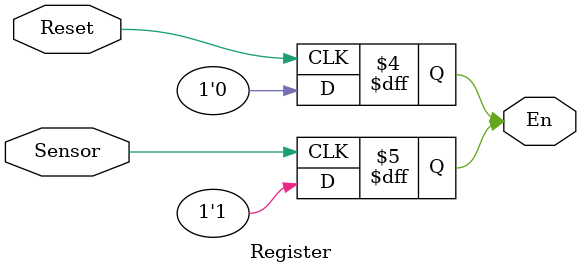
<source format=v>
module Register(Sensor, Reset, En);
    input   Sensor;
    input   Reset;
    output reg  En;

    initial 
    begin
        En = 1'b0;
    end


    always @(negedge Sensor) //negtive edge trigger sensor
    begin
        En <= 1'b1;
    end

    always @(posedge Reset) //positive edge trigger reset
    begin
        En <= 1'b0;
    end

endmodule // Register
</source>
